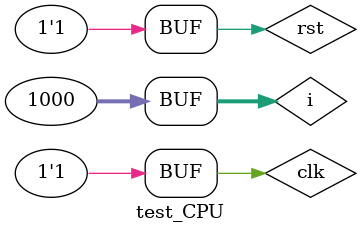
<source format=v>
`timescale 1ns / 1ps


module test_CPU;

	// Inputs
	reg clk;
	reg rst;

	// Instantiate the Unit Under Test (UUT)
	cpu_controller uut (
		.clk(clk), 
		.rst(rst)
	);
	
	integer i;
	
	initial begin
		// Initialize Inputs
		clk = 0;
		rst = 0;

      #10 clk = 1;
		#10 clk = 0;
		#10 clk = 1;
		#10 rst = 1;
		
		for(i = 0; i< 1000; i = i+1) begin
			#10 clk = !clk;
		end
		
	end
      
endmodule


</source>
